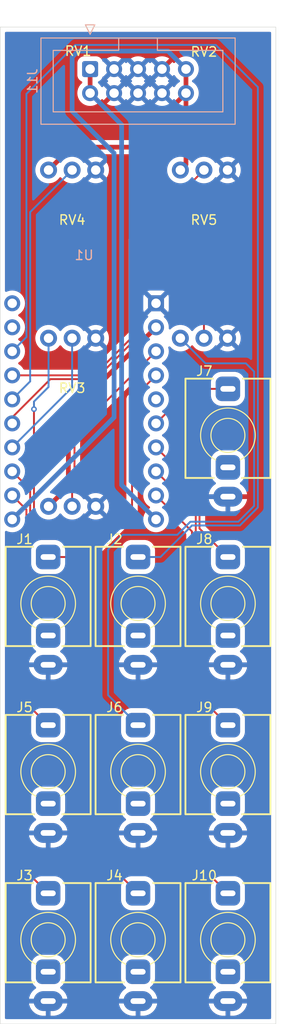
<source format=kicad_pcb>
(kicad_pcb (version 20240108) (generator "pcbnew") (generator_version "8.0")
  (layers (0 "F.Cu" signal) (31 "B.Cu" signal) (34 "B.Paste" user) (35 "F.Paste" user) (36 "B.SilkS" user "B.Silkscreen") (37 "F.SilkS" user "F.Silkscreen") (38 "B.Mask" user) (39 "F.Mask" user) (44 "Edge.Cuts" user))
  (net 0 "")
  (net 1 "GND")
  (net 2 "-12V")
  (net 3 "+12V")
  (net 5 "Net-(J6-PadT)")
  (net 6 "+5V")
  (net 7 "SAW")
  (net 8 "EXP_FM")
  (net 9 "SIN")
  (net 10 "LIN_FM")
  (net 12 "PWM_POT")
  (net 14 "PULSE")
  (net 16 "COARSE")
  (net 17 "HARD_SYNC")
  (net 18 "PWM_CV")
  (net 19 "TRI")
  (net 20 "V_OCT")
  (net 21 "SOFT_SYNC")
  (net 22 "FINE")
  (net 29 "Net-(J5-PadT)")
  (footprint "Paul:RK097_Vertical" (layer "F.Cu") (at 85.725 56.515)
    (property "Reference" "RV5" (at 0 -5 0) (layer "F.SilkS"))
    (property "Value" "10K")
    (pad "1" thru_hole circle (at -2.5 7.5 90) (size 1.8 1.8) (drill 1) (layers "*.Cu" "*.Mask") (net 5 "Net-(J6-PadT)"))
    (pad "2" thru_hole circle (at 0 7.5 90) (size 1.8 1.8) (drill 1) (layers "*.Cu" "*.Mask") (net 8 "EXP_FM"))
    (pad "3" thru_hole circle (at 2.5 7.5 90) (size 1.8 1.8) (drill 1) (layers "*.Cu" "*.Mask") (net 1 "GND"))
  )
  (footprint "AudioJacks:Jack_3.5mm_QingPu_WQP-PJ301M-12_Vertical" (layer "F.Cu") (at 78.74 92.075)
    (property "Reference" "J2" (at -2.5 -6.8 0) (layer "F.SilkS"))
    (property "Value" "V/OCT")
    (fp_line (start -4.5 -6) (end -1.6 -6) (stroke (width 0.2)) (layer "F.SilkS"))
    (fp_line (start -4.5 4.5) (end -4.5 -6) (stroke (width 0.2)) (layer "F.SilkS"))
    (fp_line (start -4.5 4.5) (end -1.5 4.5) (stroke (width 0.2)) (layer "F.SilkS"))
    (fp_line (start 1.5 4.5) (end 4.5 4.5) (stroke (width 0.2)) (layer "F.SilkS"))
    (fp_line (start 1.6 -6) (end 4.5 -6) (stroke (width 0.2)) (layer "F.SilkS"))
    (fp_line (start 4.5 4.5) (end 4.5 -6) (stroke (width 0.2)) (layer "F.SilkS"))
    (fp_arc (start -1.296263 2.588577) (mid -2.817353 -0.665994) (end 0 -2.895) (stroke (width 0.12)) (layer "F.SilkS"))
    (fp_arc (start 0 -2.895) (mid 2.817353 -0.665994) (end 1.296263 2.588577) (stroke (width 0.12)) (layer "F.SilkS"))
    (fp_circle (center 0 0) (end -1.8 0) (stroke (width 0.12)) (fill none) (layer "F.SilkS"))
    (pad "S" thru_hole oval (at 0 6.48) (size 3.1 2.1) (drill oval 1.6 0.6) (layers "*.Cu" "*.Mask") (net 1 "GND"))
    (pad "T" thru_hole roundrect (at 0 -4.92) (size 2.6 2.6) (drill oval 1.6 0.6) (layers "*.Cu" "*.Mask") (net 20 "V_OCT"))
    (pad "TN" thru_hole roundrect (at 0 3.38) (size 2.6 2.6) (drill oval 1.6 0.6) (layers "*.Cu" "*.Mask"))
  )
  (footprint "Paul:RK097_Vertical" (layer "F.Cu") (at 71.755 38.735)
    (property "Reference" "RV1" (at 0.635 -5.08 0) (layer "F.SilkS"))
    (property "Value" "10K")
    (pad "1" thru_hole circle (at -2.5 7.5 90) (size 1.8 1.8) (drill 1) (layers "*.Cu" "*.Mask") (net 3 "+12V"))
    (pad "2" thru_hole circle (at 0 7.5 90) (size 1.8 1.8) (drill 1) (layers "*.Cu" "*.Mask") (net 16 "COARSE"))
    (pad "3" thru_hole circle (at 2.5 7.5 90) (size 1.8 1.8) (drill 1) (layers "*.Cu" "*.Mask") (net 1 "GND"))
  )
  (footprint "AudioJacks:Jack_3.5mm_QingPu_WQP-PJ301M-12_Vertical" (layer "F.Cu") (at 69.215 127.635)
    (property "Reference" "J3" (at -2.5 -6.8 0) (layer "F.SilkS"))
    (property "Value" "SOFT SYNC")
    (fp_line (start -4.5 -6) (end -1.6 -6) (stroke (width 0.2)) (layer "F.SilkS"))
    (fp_line (start -4.5 4.5) (end -4.5 -6) (stroke (width 0.2)) (layer "F.SilkS"))
    (fp_line (start -4.5 4.5) (end -1.5 4.5) (stroke (width 0.2)) (layer "F.SilkS"))
    (fp_line (start 1.5 4.5) (end 4.5 4.5) (stroke (width 0.2)) (layer "F.SilkS"))
    (fp_line (start 1.6 -6) (end 4.5 -6) (stroke (width 0.2)) (layer "F.SilkS"))
    (fp_line (start 4.5 4.5) (end 4.5 -6) (stroke (width 0.2)) (layer "F.SilkS"))
    (fp_arc (start -1.296263 2.588577) (mid -2.817353 -0.665994) (end 0 -2.895) (stroke (width 0.12)) (layer "F.SilkS"))
    (fp_arc (start 0 -2.895) (mid 2.817353 -0.665994) (end 1.296263 2.588577) (stroke (width 0.12)) (layer "F.SilkS"))
    (fp_circle (center 0 0) (end -1.8 0) (stroke (width 0.12)) (fill none) (layer "F.SilkS"))
    (pad "S" thru_hole oval (at 0 6.48) (size 3.1 2.1) (drill oval 1.6 0.6) (layers "*.Cu" "*.Mask") (net 1 "GND"))
    (pad "T" thru_hole roundrect (at 0 -4.92) (size 2.6 2.6) (drill oval 1.6 0.6) (layers "*.Cu" "*.Mask") (net 21 "SOFT_SYNC"))
    (pad "TN" thru_hole roundrect (at 0 3.38) (size 2.6 2.6) (drill oval 1.6 0.6) (layers "*.Cu" "*.Mask"))
  )
  (footprint "Paul:RK097_Vertical" (layer "F.Cu") (at 85.725 38.735)
    (property "Reference" "RV2" (at 0 -5 0) (layer "F.SilkS"))
    (property "Value" "10K")
    (pad "1" thru_hole circle (at -2.5 7.5 90) (size 1.8 1.8) (drill 1) (layers "*.Cu" "*.Mask") (net 3 "+12V"))
    (pad "2" thru_hole circle (at 0 7.5 90) (size 1.8 1.8) (drill 1) (layers "*.Cu" "*.Mask") (net 22 "FINE"))
    (pad "3" thru_hole circle (at 2.5 7.5 90) (size 1.8 1.8) (drill 1) (layers "*.Cu" "*.Mask") (net 1 "GND"))
  )
  (footprint "AudioJacks:Jack_3.5mm_QingPu_WQP-PJ301M-12_Vertical" (layer "F.Cu") (at 78.74 127.635)
    (property "Reference" "J4" (at -2.5 -6.8 0) (layer "F.SilkS"))
    (property "Value" "HARD SYNC")
    (fp_line (start -4.5 -6) (end -1.6 -6) (stroke (width 0.2)) (layer "F.SilkS"))
    (fp_line (start -4.5 4.5) (end -4.5 -6) (stroke (width 0.2)) (layer "F.SilkS"))
    (fp_line (start -4.5 4.5) (end -1.5 4.5) (stroke (width 0.2)) (layer "F.SilkS"))
    (fp_line (start 1.5 4.5) (end 4.5 4.5) (stroke (width 0.2)) (layer "F.SilkS"))
    (fp_line (start 1.6 -6) (end 4.5 -6) (stroke (width 0.2)) (layer "F.SilkS"))
    (fp_line (start 4.5 4.5) (end 4.5 -6) (stroke (width 0.2)) (layer "F.SilkS"))
    (fp_arc (start -1.296263 2.588577) (mid -2.817353 -0.665994) (end 0 -2.895) (stroke (width 0.12)) (layer "F.SilkS"))
    (fp_arc (start 0 -2.895) (mid 2.817353 -0.665994) (end 1.296263 2.588577) (stroke (width 0.12)) (layer "F.SilkS"))
    (fp_circle (center 0 0) (end -1.8 0) (stroke (width 0.12)) (fill none) (layer "F.SilkS"))
    (pad "S" thru_hole oval (at 0 6.48) (size 3.1 2.1) (drill oval 1.6 0.6) (layers "*.Cu" "*.Mask") (net 1 "GND"))
    (pad "T" thru_hole roundrect (at 0 -4.92) (size 2.6 2.6) (drill oval 1.6 0.6) (layers "*.Cu" "*.Mask") (net 17 "HARD_SYNC"))
    (pad "TN" thru_hole roundrect (at 0 3.38) (size 2.6 2.6) (drill oval 1.6 0.6) (layers "*.Cu" "*.Mask"))
  )
  (footprint "Paul:RK097_Vertical" (layer "F.Cu") (at 71.755 74.295)
    (property "Reference" "RV3" (at 0 -5 0) (layer "F.SilkS"))
    (property "Value" "10K")
    (pad "1" thru_hole circle (at -2.5 7.5 90) (size 1.8 1.8) (drill 1) (layers "*.Cu" "*.Mask") (net 6 "+5V"))
    (pad "2" thru_hole circle (at 0 7.5 90) (size 1.8 1.8) (drill 1) (layers "*.Cu" "*.Mask") (net 12 "PWM_POT"))
    (pad "3" thru_hole circle (at 2.5 7.5 90) (size 1.8 1.8) (drill 1) (layers "*.Cu" "*.Mask") (net 1 "GND"))
  )
  (footprint "AudioJacks:Jack_3.5mm_QingPu_WQP-PJ301M-12_Vertical" (layer "F.Cu") (at 88.265 127.635)
    (property "Reference" "J10" (at -2.5 -6.8 0) (layer "F.SilkS"))
    (property "Value" "SIN")
    (fp_line (start -4.5 -6) (end -1.6 -6) (stroke (width 0.2)) (layer "F.SilkS"))
    (fp_line (start -4.5 4.5) (end -4.5 -6) (stroke (width 0.2)) (layer "F.SilkS"))
    (fp_line (start -4.5 4.5) (end -1.5 4.5) (stroke (width 0.2)) (layer "F.SilkS"))
    (fp_line (start 1.5 4.5) (end 4.5 4.5) (stroke (width 0.2)) (layer "F.SilkS"))
    (fp_line (start 1.6 -6) (end 4.5 -6) (stroke (width 0.2)) (layer "F.SilkS"))
    (fp_line (start 4.5 4.5) (end 4.5 -6) (stroke (width 0.2)) (layer "F.SilkS"))
    (fp_arc (start -1.296263 2.588577) (mid -2.817353 -0.665994) (end 0 -2.895) (stroke (width 0.12)) (layer "F.SilkS"))
    (fp_arc (start 0 -2.895) (mid 2.817353 -0.665994) (end 1.296263 2.588577) (stroke (width 0.12)) (layer "F.SilkS"))
    (fp_circle (center 0 0) (end -1.8 0) (stroke (width 0.12)) (fill none) (layer "F.SilkS"))
    (pad "S" thru_hole oval (at 0 6.48) (size 3.1 2.1) (drill oval 1.6 0.6) (layers "*.Cu" "*.Mask") (net 1 "GND"))
    (pad "T" thru_hole roundrect (at 0 -4.92) (size 2.6 2.6) (drill oval 1.6 0.6) (layers "*.Cu" "*.Mask") (net 9 "SIN"))
    (pad "TN" thru_hole roundrect (at 0 3.38) (size 2.6 2.6) (drill oval 1.6 0.6) (layers "*.Cu" "*.Mask"))
  )
  (footprint "AudioJacks:Jack_3.5mm_QingPu_WQP-PJ301M-12_Vertical" (layer "F.Cu") (at 69.215 109.855)
    (property "Reference" "J5" (at -2.5 -6.8 0) (layer "F.SilkS"))
    (property "Value" "LIN FM")
    (fp_line (start -4.5 -6) (end -1.6 -6) (stroke (width 0.2)) (layer "F.SilkS"))
    (fp_line (start -4.5 4.5) (end -4.5 -6) (stroke (width 0.2)) (layer "F.SilkS"))
    (fp_line (start -4.5 4.5) (end -1.5 4.5) (stroke (width 0.2)) (layer "F.SilkS"))
    (fp_line (start 1.5 4.5) (end 4.5 4.5) (stroke (width 0.2)) (layer "F.SilkS"))
    (fp_line (start 1.6 -6) (end 4.5 -6) (stroke (width 0.2)) (layer "F.SilkS"))
    (fp_line (start 4.5 4.5) (end 4.5 -6) (stroke (width 0.2)) (layer "F.SilkS"))
    (fp_arc (start -1.296263 2.588577) (mid -2.817353 -0.665994) (end 0 -2.895) (stroke (width 0.12)) (layer "F.SilkS"))
    (fp_arc (start 0 -2.895) (mid 2.817353 -0.665994) (end 1.296263 2.588577) (stroke (width 0.12)) (layer "F.SilkS"))
    (fp_circle (center 0 0) (end -1.8 0) (stroke (width 0.12)) (fill none) (layer "F.SilkS"))
    (pad "S" thru_hole oval (at 0 6.48) (size 3.1 2.1) (drill oval 1.6 0.6) (layers "*.Cu" "*.Mask") (net 1 "GND"))
    (pad "T" thru_hole roundrect (at 0 -4.92) (size 2.6 2.6) (drill oval 1.6 0.6) (layers "*.Cu" "*.Mask") (net 29 "Net-(J5-PadT)"))
    (pad "TN" thru_hole roundrect (at 0 3.38) (size 2.6 2.6) (drill oval 1.6 0.6) (layers "*.Cu" "*.Mask"))
  )
  (footprint "AudioJacks:Jack_3.5mm_QingPu_WQP-PJ301M-12_Vertical" (layer "F.Cu") (at 69.215 92.075)
    (property "Reference" "J1" (at -2.5 -6.8 0) (layer "F.SilkS"))
    (property "Value" "PWM")
    (fp_line (start -4.5 -6) (end -1.6 -6) (stroke (width 0.2)) (layer "F.SilkS"))
    (fp_line (start -4.5 4.5) (end -4.5 -6) (stroke (width 0.2)) (layer "F.SilkS"))
    (fp_line (start -4.5 4.5) (end -1.5 4.5) (stroke (width 0.2)) (layer "F.SilkS"))
    (fp_line (start 1.5 4.5) (end 4.5 4.5) (stroke (width 0.2)) (layer "F.SilkS"))
    (fp_line (start 1.6 -6) (end 4.5 -6) (stroke (width 0.2)) (layer "F.SilkS"))
    (fp_line (start 4.5 4.5) (end 4.5 -6) (stroke (width 0.2)) (layer "F.SilkS"))
    (fp_arc (start -1.296263 2.588577) (mid -2.817353 -0.665994) (end 0 -2.895) (stroke (width 0.12)) (layer "F.SilkS"))
    (fp_arc (start 0 -2.895) (mid 2.817353 -0.665994) (end 1.296263 2.588577) (stroke (width 0.12)) (layer "F.SilkS"))
    (fp_circle (center 0 0) (end -1.8 0) (stroke (width 0.12)) (fill none) (layer "F.SilkS"))
    (pad "S" thru_hole oval (at 0 6.48) (size 3.1 2.1) (drill oval 1.6 0.6) (layers "*.Cu" "*.Mask") (net 1 "GND"))
    (pad "T" thru_hole roundrect (at 0 -4.92) (size 2.6 2.6) (drill oval 1.6 0.6) (layers "*.Cu" "*.Mask") (net 18 "PWM_CV"))
    (pad "TN" thru_hole roundrect (at 0 3.38) (size 2.6 2.6) (drill oval 1.6 0.6) (layers "*.Cu" "*.Mask"))
  )
  (footprint "AudioJacks:Jack_3.5mm_QingPu_WQP-PJ301M-12_Vertical" (layer "F.Cu") (at 78.74 109.855)
    (property "Reference" "J6" (at -2.5 -6.8 0) (layer "F.SilkS"))
    (property "Value" "EXP FM")
    (fp_line (start -4.5 -6) (end -1.6 -6) (stroke (width 0.2)) (layer "F.SilkS"))
    (fp_line (start -4.5 4.5) (end -4.5 -6) (stroke (width 0.2)) (layer "F.SilkS"))
    (fp_line (start -4.5 4.5) (end -1.5 4.5) (stroke (width 0.2)) (layer "F.SilkS"))
    (fp_line (start 1.5 4.5) (end 4.5 4.5) (stroke (width 0.2)) (layer "F.SilkS"))
    (fp_line (start 1.6 -6) (end 4.5 -6) (stroke (width 0.2)) (layer "F.SilkS"))
    (fp_line (start 4.5 4.5) (end 4.5 -6) (stroke (width 0.2)) (layer "F.SilkS"))
    (fp_arc (start -1.296263 2.588577) (mid -2.817353 -0.665994) (end 0 -2.895) (stroke (width 0.12)) (layer "F.SilkS"))
    (fp_arc (start 0 -2.895) (mid 2.817353 -0.665994) (end 1.296263 2.588577) (stroke (width 0.12)) (layer "F.SilkS"))
    (fp_circle (center 0 0) (end -1.8 0) (stroke (width 0.12)) (fill none) (layer "F.SilkS"))
    (pad "S" thru_hole oval (at 0 6.48) (size 3.1 2.1) (drill oval 1.6 0.6) (layers "*.Cu" "*.Mask") (net 1 "GND"))
    (pad "T" thru_hole roundrect (at 0 -4.92) (size 2.6 2.6) (drill oval 1.6 0.6) (layers "*.Cu" "*.Mask") (net 5 "Net-(J6-PadT)"))
    (pad "TN" thru_hole roundrect (at 0 3.38) (size 2.6 2.6) (drill oval 1.6 0.6) (layers "*.Cu" "*.Mask"))
  )
  (footprint "AudioJacks:Jack_3.5mm_QingPu_WQP-PJ301M-12_Vertical" (layer "F.Cu") (at 88.265 92.075)
    (property "Reference" "J8" (at -2.5 -6.8 0) (layer "F.SilkS"))
    (property "Value" "SQU")
    (fp_line (start -4.5 -6) (end -1.6 -6) (stroke (width 0.2)) (layer "F.SilkS"))
    (fp_line (start -4.5 4.5) (end -4.5 -6) (stroke (width 0.2)) (layer "F.SilkS"))
    (fp_line (start -4.5 4.5) (end -1.5 4.5) (stroke (width 0.2)) (layer "F.SilkS"))
    (fp_line (start 1.5 4.5) (end 4.5 4.5) (stroke (width 0.2)) (layer "F.SilkS"))
    (fp_line (start 1.6 -6) (end 4.5 -6) (stroke (width 0.2)) (layer "F.SilkS"))
    (fp_line (start 4.5 4.5) (end 4.5 -6) (stroke (width 0.2)) (layer "F.SilkS"))
    (fp_arc (start -1.296263 2.588577) (mid -2.817353 -0.665994) (end 0 -2.895) (stroke (width 0.12)) (layer "F.SilkS"))
    (fp_arc (start 0 -2.895) (mid 2.817353 -0.665994) (end 1.296263 2.588577) (stroke (width 0.12)) (layer "F.SilkS"))
    (fp_circle (center 0 0) (end -1.8 0) (stroke (width 0.12)) (fill none) (layer "F.SilkS"))
    (pad "S" thru_hole oval (at 0 6.48) (size 3.1 2.1) (drill oval 1.6 0.6) (layers "*.Cu" "*.Mask") (net 1 "GND"))
    (pad "T" thru_hole roundrect (at 0 -4.92) (size 2.6 2.6) (drill oval 1.6 0.6) (layers "*.Cu" "*.Mask") (net 14 "PULSE"))
    (pad "TN" thru_hole roundrect (at 0 3.38) (size 2.6 2.6) (drill oval 1.6 0.6) (layers "*.Cu" "*.Mask"))
  )
  (footprint "AudioJacks:Jack_3.5mm_QingPu_WQP-PJ301M-12_Vertical" (layer "F.Cu") (at 88.265 109.855)
    (property "Reference" "J9" (at -2.5 -6.8 0) (layer "F.SilkS"))
    (property "Value" "TRI")
    (fp_line (start -4.5 -6) (end -1.6 -6) (stroke (width 0.2)) (layer "F.SilkS"))
    (fp_line (start -4.5 4.5) (end -4.5 -6) (stroke (width 0.2)) (layer "F.SilkS"))
    (fp_line (start -4.5 4.5) (end -1.5 4.5) (stroke (width 0.2)) (layer "F.SilkS"))
    (fp_line (start 1.5 4.5) (end 4.5 4.5) (stroke (width 0.2)) (layer "F.SilkS"))
    (fp_line (start 1.6 -6) (end 4.5 -6) (stroke (width 0.2)) (layer "F.SilkS"))
    (fp_line (start 4.5 4.5) (end 4.5 -6) (stroke (width 0.2)) (layer "F.SilkS"))
    (fp_arc (start -1.296263 2.588577) (mid -2.817353 -0.665994) (end 0 -2.895) (stroke (width 0.12)) (layer "F.SilkS"))
    (fp_arc (start 0 -2.895) (mid 2.817353 -0.665994) (end 1.296263 2.588577) (stroke (width 0.12)) (layer "F.SilkS"))
    (fp_circle (center 0 0) (end -1.8 0) (stroke (width 0.12)) (fill none) (layer "F.SilkS"))
    (pad "S" thru_hole oval (at 0 6.48) (size 3.1 2.1) (drill oval 1.6 0.6) (layers "*.Cu" "*.Mask") (net 1 "GND"))
    (pad "T" thru_hole roundrect (at 0 -4.92) (size 2.6 2.6) (drill oval 1.6 0.6) (layers "*.Cu" "*.Mask") (net 19 "TRI"))
    (pad "TN" thru_hole roundrect (at 0 3.38) (size 2.6 2.6) (drill oval 1.6 0.6) (layers "*.Cu" "*.Mask"))
  )
  (footprint "Paul:RK097_Vertical" (layer "F.Cu") (at 71.755 56.515)
    (property "Reference" "RV4" (at 0 -5 0) (layer "F.SilkS"))
    (property "Value" "10K")
    (pad "1" thru_hole circle (at -2.5 7.5 90) (size 1.8 1.8) (drill 1) (layers "*.Cu" "*.Mask") (net 29 "Net-(J5-PadT)"))
    (pad "2" thru_hole circle (at 0 7.5 90) (size 1.8 1.8) (drill 1) (layers "*.Cu" "*.Mask") (net 10 "LIN_FM"))
    (pad "3" thru_hole circle (at 2.5 7.5 90) (size 1.8 1.8) (drill 1) (layers "*.Cu" "*.Mask") (net 1 "GND"))
  )
  (footprint "AudioJacks:Jack_3.5mm_QingPu_WQP-PJ301M-12_Vertical" (layer "F.Cu") (at 88.265 74.295)
    (property "Reference" "J7" (at -2.5 -6.8 0) (layer "F.SilkS"))
    (property "Value" "SAW")
    (fp_line (start -4.5 -6) (end -1.6 -6) (stroke (width 0.2)) (layer "F.SilkS"))
    (fp_line (start -4.5 4.5) (end -4.5 -6) (stroke (width 0.2)) (layer "F.SilkS"))
    (fp_line (start -4.5 4.5) (end -1.5 4.5) (stroke (width 0.2)) (layer "F.SilkS"))
    (fp_line (start 1.5 4.5) (end 4.5 4.5) (stroke (width 0.2)) (layer "F.SilkS"))
    (fp_line (start 1.6 -6) (end 4.5 -6) (stroke (width 0.2)) (layer "F.SilkS"))
    (fp_line (start 4.5 4.5) (end 4.5 -6) (stroke (width 0.2)) (layer "F.SilkS"))
    (fp_arc (start -1.296263 2.588577) (mid -2.817353 -0.665994) (end 0 -2.895) (stroke (width 0.12)) (layer "F.SilkS"))
    (fp_arc (start 0 -2.895) (mid 2.817353 -0.665994) (end 1.296263 2.588577) (stroke (width 0.12)) (layer "F.SilkS"))
    (fp_circle (center 0 0) (end -1.8 0) (stroke (width 0.12)) (fill none) (layer "F.SilkS"))
    (pad "S" thru_hole oval (at 0 6.48) (size 3.1 2.1) (drill oval 1.6 0.6) (layers "*.Cu" "*.Mask") (net 1 "GND"))
    (pad "T" thru_hole roundrect (at 0 -4.92) (size 2.6 2.6) (drill oval 1.6 0.6) (layers "*.Cu" "*.Mask") (net 7 "SAW"))
    (pad "TN" thru_hole roundrect (at 0 3.38) (size 2.6 2.6) (drill oval 1.6 0.6) (layers "*.Cu" "*.Mask"))
  )
  (footprint "Paul:Electrosmith_3340_VCO" (layer "B.Cu") (at 73.025 70.485 180)
    (property "Reference" "U1" (at 0 15.24 0) (layer "B.SilkS") (effects (justify mirror)))
    (property "Value" "~")
    (pad "1" thru_hole roundrect (at -7.62 10.16 180) (size 1.7 1.7) (drill 1) (layers "*.Cu" "*.Mask") (roundrect_rratio 0.1470588235) (net 1 "GND"))
    (pad "2" thru_hole circle (at -7.62 7.62 150) (size 1.7 1.7) (drill 1) (layers "*.Cu" "*.Mask") (net 6 "+5V"))
    (pad "3" thru_hole circle (at -7.62 5.08 150) (size 1.7 1.7) (drill 1) (layers "*.Cu" "*.Mask") (net 12 "PWM_POT"))
    (pad "4" thru_hole circle (at -7.62 2.54 150) (size 1.7 1.7) (drill 1) (layers "*.Cu" "*.Mask") (net 18 "PWM_CV"))
    (pad "5" thru_hole circle (at -7.62 0 150) (size 1.7 1.7) (drill 1) (layers "*.Cu" "*.Mask"))
    (pad "6" thru_hole circle (at -7.62 -2.54 150) (size 1.7 1.7) (drill 1) (layers "*.Cu" "*.Mask") (net 7 "SAW"))
    (pad "7" thru_hole circle (at -7.62 -5.08 150) (size 1.7 1.7) (drill 1) (layers "*.Cu" "*.Mask") (net 14 "PULSE"))
    (pad "8" thru_hole circle (at -7.62 -7.62 150) (size 1.7 1.7) (drill 1) (layers "*.Cu" "*.Mask") (net 19 "TRI"))
    (pad "9" thru_hole circle (at -7.62 -10.16 150) (size 1.7 1.7) (drill 1) (layers "*.Cu" "*.Mask") (net 9 "SIN"))
    (pad "10" thru_hole circle (at -7.62 -12.7 150) (size 1.7 1.7) (drill 1) (layers "*.Cu" "*.Mask") (net 2 "-12V"))
    (pad "11" thru_hole circle (at 7.62 -12.7 150) (size 1.7 1.7) (drill 1) (layers "*.Cu" "*.Mask") (net 3 "+12V"))
    (pad "12" thru_hole circle (at 7.62 -10.16 150) (size 1.7 1.7) (drill 1) (layers "*.Cu" "*.Mask") (net 21 "SOFT_SYNC"))
    (pad "13" thru_hole circle (at 7.62 -7.62 150) (size 1.7 1.7) (drill 1) (layers "*.Cu" "*.Mask") (net 17 "HARD_SYNC"))
    (pad "14" thru_hole circle (at 7.62 -5.08 150) (size 1.7 1.7) (drill 1) (layers "*.Cu" "*.Mask") (net 10 "LIN_FM"))
    (pad "15" thru_hole circle (at 7.62 -2.54 150) (size 1.7 1.7) (drill 1) (layers "*.Cu" "*.Mask") (net 8 "EXP_FM"))
    (pad "16" thru_hole circle (at 7.62 0 150) (size 1.7 1.7) (drill 1) (layers "*.Cu" "*.Mask") (net 16 "COARSE"))
    (pad "17" thru_hole circle (at 7.62 2.54 150) (size 1.7 1.7) (drill 1) (layers "*.Cu" "*.Mask") (net 22 "FINE"))
    (pad "18" thru_hole circle (at 7.62 5.08 150) (size 1.7 1.7) (drill 1) (layers "*.Cu" "*.Mask") (net 20 "V_OCT"))
    (pad "19" thru_hole circle (at 7.62 7.62 150) (size 1.7 1.7) (drill 1) (layers "*.Cu" "*.Mask"))
    (pad "20" thru_hole circle (at 7.62 10.16 150) (size 1.7 1.7) (drill 1) (layers "*.Cu" "*.Mask"))
  )
  (footprint "Connector_IDC:IDC-Header_2x05_P2.54mm_Vertical" (layer "B.Cu") (at 73.66 35.56 -90)
    (property "Reference" "J11" (at 1.27 6.1 90) (layer "B.SilkS") (effects (justify mirror)))
    (property "Value" "Conn_02x05_Odd_Even")
    (fp_line (start -3.29 5.21) (end -3.29 -15.37) (stroke (width 0.12)) (layer "B.SilkS"))
    (fp_line (start 5.83 5.21) (end -3.29 5.21) (stroke (width 0.12)) (layer "B.SilkS"))
    (fp_line (start -1.98 3.91) (end -1.98 -3.03) (stroke (width 0.12)) (layer "B.SilkS"))
    (fp_line (start 4.52 3.91) (end -1.98 3.91) (stroke (width 0.12)) (layer "B.SilkS"))
    (fp_line (start -4.68 0.5) (end -3.68 0) (stroke (width 0.12)) (layer "B.SilkS"))
    (fp_line (start -3.68 0) (end -4.68 -0.5) (stroke (width 0.12)) (layer "B.SilkS"))
    (fp_line (start -4.68 -0.5) (end -4.68 0.5) (stroke (width 0.12)) (layer "B.SilkS"))
    (fp_line (start -1.98 -3.03) (end -3.29 -3.03) (stroke (width 0.12)) (layer "B.SilkS"))
    (fp_line (start -3.29 -7.13) (end -1.98 -7.13) (stroke (width 0.12)) (layer "B.SilkS"))
    (fp_line (start -1.98 -7.13) (end -1.98 -7.13) (stroke (width 0.12)) (layer "B.SilkS"))
    (fp_line (start -1.98 -7.13) (end -1.98 -14.07) (stroke (width 0.12)) (layer "B.SilkS"))
    (fp_line (start -1.98 -14.07) (end 4.52 -14.07) (stroke (width 0.12)) (layer "B.SilkS"))
    (fp_line (start 4.52 -14.07) (end 4.52 3.91) (stroke (width 0.12)) (layer "B.SilkS"))
    (fp_line (start -3.29 -15.37) (end 5.83 -15.37) (stroke (width 0.12)) (layer "B.SilkS"))
    (fp_line (start 5.83 -15.37) (end 5.83 5.21) (stroke (width 0.12)) (layer "B.SilkS"))
    (pad "1" thru_hole roundrect (at 0 0 270) (size 1.7 1.7) (drill 1) (layers "*.Cu" "*.Mask") (roundrect_rratio 0.1470588235) (net 2 "-12V"))
    (pad "2" thru_hole circle (at 2.54 0 270) (size 1.7 1.7) (drill 1) (layers "*.Cu" "*.Mask") (net 2 "-12V"))
    (pad "3" thru_hole circle (at 0 -2.54 270) (size 1.7 1.7) (drill 1) (layers "*.Cu" "*.Mask") (net 1 "GND"))
    (pad "4" thru_hole circle (at 2.54 -2.54 270) (size 1.7 1.7) (drill 1) (layers "*.Cu" "*.Mask") (net 1 "GND"))
    (pad "5" thru_hole circle (at 0 -5.08 270) (size 1.7 1.7) (drill 1) (layers "*.Cu" "*.Mask") (net 1 "GND"))
    (pad "6" thru_hole circle (at 2.54 -5.08 270) (size 1.7 1.7) (drill 1) (layers "*.Cu" "*.Mask") (net 1 "GND"))
    (pad "7" thru_hole circle (at 0 -7.62 270) (size 1.7 1.7) (drill 1) (layers "*.Cu" "*.Mask") (net 1 "GND"))
    (pad "8" thru_hole circle (at 2.54 -7.62 270) (size 1.7 1.7) (drill 1) (layers "*.Cu" "*.Mask") (net 1 "GND"))
    (pad "9" thru_hole circle (at 0 -10.16 270) (size 1.7 1.7) (drill 1) (layers "*.Cu" "*.Mask") (net 3 "+12V"))
    (pad "10" thru_hole circle (at 2.54 -10.16 270) (size 1.7 1.7) (drill 1) (layers "*.Cu" "*.Mask") (net 3 "+12V"))
  )
  (gr_rect (start 64.135 31.115) (end 93.345 136.525) (stroke (width 0.05)) (fill none) (layer "Edge.Cuts"))
  (segment (start 73.66 35.56) (end 73.66 38.1) (width 0.5) (layer "F.Cu") (net 2))
  (segment (start 77 41.44) (end 77 79.54) (width 0.5) (layer "B.Cu") (net 2))
  (segment (start 77 79.54) (end 80.645 83.185) (width 0.5) (layer "B.Cu") (net 2))
  (segment (start 73.66 38.1) (end 77 41.44) (width 0.5) (layer "B.Cu") (net 2))
  (segment (start 83.82 35.56) (end 83.82 38.1) (width 0.5) (layer "F.Cu") (net 3))
  (segment (start 83.82 38.1) (end 83.82 45.64) (width 0.5) (layer "F.Cu") (net 3))
  (segment (start 78.105 43.815) (end 83.82 38.1) (width 0.5) (layer "F.Cu") (net 3))
  (segment (start 71.675 43.815) (end 78.105 43.815) (width 0.5) (layer "F.Cu") (net 3))
  (segment (start 83.82 45.64) (end 83.225 46.235) (width 0.5) (layer "F.Cu") (net 3))
  (segment (start 69.255 46.235) (end 71.675 43.815) (width 0.5) (layer "F.Cu") (net 3))
  (segment (start 71.755 34.29) (end 72.39 33.655) (width 0.5) (layer "B.Cu") (net 3))
  (segment (start 71.755 40.005) (end 71.755 34.29) (width 0.5) (layer "B.Cu") (net 3))
  (segment (start 76.2 72.39) (end 76.2 44.45) (width 0.5) (layer "B.Cu") (net 3))
  (segment (start 81.915 33.655) (end 83.82 35.56) (width 0.5) (layer "B.Cu") (net 3))
  (segment (start 72.39 33.655) (end 81.915 33.655) (width 0.5) (layer "B.Cu") (net 3))
  (segment (start 76.2 44.45) (end 71.755 40.005) (width 0.5) (layer "B.Cu") (net 3))
  (segment (start 65.405 83.185) (end 76.2 72.39) (width 0.5) (layer "B.Cu") (net 3))
  (segment (start 91.04 67.545) (end 91.04 81.749314) (width 0.2) (layer "B.Cu") (net 5))
  (segment (start 83.225 64.015) (end 85.885 66.675) (width 0.2) (layer "B.Cu") (net 5))
  (segment (start 75.565 101.76) (end 78.74 104.935) (width 0.2) (layer "B.Cu") (net 5))
  (segment (start 84.289314 83.42) (end 82.902157 84.807157) (width 0.2) (layer "B.Cu") (net 5))
  (segment (start 75.565 86.36) (end 75.565 101.76) (width 0.2) (layer "B.Cu") (net 5))
  (segment (start 89.369314 83.42) (end 84.289314 83.42) (width 0.2) (layer "B.Cu") (net 5))
  (segment (start 91.04 81.749314) (end 89.369314 83.42) (width 0.2) (layer "B.Cu") (net 5))
  (segment (start 90.17 66.675) (end 91.04 67.545) (width 0.2) (layer "B.Cu") (net 5))
  (segment (start 77.117843 84.807157) (end 75.565 86.36) (width 0.2) (layer "B.Cu") (net 5))
  (segment (start 82.902157 84.807157) (end 77.117843 84.807157) (width 0.2) (layer "B.Cu") (net 5))
  (segment (start 85.885 66.675) (end 90.17 66.675) (width 0.2) (layer "B.Cu") (net 5))
  (segment (start 71.355 72.155) (end 71.355 79.695) (width 0.5) (layer "F.Cu") (net 6))
  (segment (start 80.645 62.865) (end 71.355 72.155) (width 0.5) (layer "F.Cu") (net 6))
  (segment (start 71.355 79.695) (end 69.255 81.795) (width 0.5) (layer "F.Cu") (net 6))
  (segment (start 80.645 73.025) (end 84.295 69.375) (width 0.2) (layer "F.Cu") (net 7))
  (segment (start 84.295 69.375) (end 88.265 69.375) (width 0.2) (layer "F.Cu") (net 7))
  (segment (start 85.725 64.015) (end 85.725 59.055) (width 0.2) (layer "F.Cu") (net 8))
  (segment (start 69.45 68.345) (end 65.405 72.39) (width 0.2) (layer "F.Cu") (net 8))
  (segment (start 79.6925 58.42) (end 78.74 59.3725) (width 0.2) (layer "F.Cu") (net 8))
  (segment (start 78.74 63.850762) (end 74.245762 68.345) (width 0.2) (layer "F.Cu") (net 8))
  (segment (start 78.74 59.3725) (end 78.74 63.850762) (width 0.2) (layer "F.Cu") (net 8))
  (segment (start 85.725 59.055) (end 85.09 58.42) (width 0.2) (layer "F.Cu") (net 8))
  (segment (start 74.245762 68.345) (end 69.45 68.345) (width 0.2) (layer "F.Cu") (net 8))
  (segment (start 65.405 72.39) (end 65.405 73.025) (width 0.2) (layer "F.Cu") (net 8))
  (segment (start 85.09 58.42) (end 79.6925 58.42) (width 0.2) (layer "F.Cu") (net 8))
  (segment (start 84.455 84.455) (end 80.645 80.645) (width 0.2) (layer "F.Cu") (net 9))
  (segment (start 84.455 118.905) (end 84.455 84.455) (width 0.2) (layer "F.Cu") (net 9))
  (segment (start 88.265 122.715) (end 84.455 118.905) (width 0.2) (layer "F.Cu") (net 9))
  (segment (start 71.755 69.215) (end 71.755 64.015) (width 0.2) (layer "B.Cu") (net 10))
  (segment (start 65.405 75.565) (end 71.755 69.215) (width 0.2) (layer "B.Cu") (net 10))
  (segment (start 71.755 80.214239) (end 72.005 79.964239) (width 0.2) (layer "F.Cu") (net 12))
  (segment (start 72.005 74.045) (end 80.645 65.405) (width 0.2) (layer "F.Cu") (net 12))
  (segment (start 71.755 81.795) (end 71.755 80.214239) (width 0.2) (layer "F.Cu") (net 12))
  (segment (start 72.005 79.964239) (end 72.005 74.045) (width 0.2) (layer "F.Cu") (net 12))
  (segment (start 85.255 84.145) (end 88.265 87.155) (width 0.2) (layer "F.Cu") (net 14))
  (segment (start 80.645 75.565) (end 85.255 80.175) (width 0.2) (layer "F.Cu") (net 14))
  (segment (start 85.255 80.175) (end 85.255 84.145) (width 0.2) (layer "F.Cu") (net 14))
  (segment (start 71.755 46.235) (end 67.31 50.68) (width 0.2) (layer "B.Cu") (net 16))
  (segment (start 67.31 50.68) (end 67.31 68.58) (width 0.2) (layer "B.Cu") (net 16))
  (segment (start 67.31 68.58) (end 65.405 70.485) (width 0.2) (layer "B.Cu") (net 16))
  (segment (start 65.405 78.105) (end 67.31 80.01) (width 0.2) (layer "F.Cu") (net 17))
  (segment (start 76.04 120.015) (end 78.74 122.715) (width 0.2) (layer "F.Cu") (net 17))
  (segment (start 67.31 84.385686) (end 66.44 85.255686) (width 0.2) (layer "F.Cu") (net 17))
  (segment (start 66.44 119.374314) (end 67.080686 120.015) (width 0.2) (layer "F.Cu") (net 17))
  (segment (start 66.44 85.255686) (end 66.44 119.374314) (width 0.2) (layer "F.Cu") (net 17))
  (segment (start 67.080686 120.015) (end 76.04 120.015) (width 0.2) (layer "F.Cu") (net 17))
  (segment (start 67.31 80.01) (end 67.31 84.385686) (width 0.2) (layer "F.Cu") (net 17))
  (segment (start 80.645 67.945) (end 78.105 70.485) (width 0.2) (layer "F.Cu") (net 18))
  (segment (start 78.105 70.485) (end 78.105 82.55) (width 0.2) (layer "F.Cu") (net 18))
  (segment (start 73.5 87.155) (end 69.215 87.155) (width 0.2) (layer "F.Cu") (net 18))
  (segment (start 78.105 82.55) (end 73.5 87.155) (width 0.2) (layer "F.Cu") (net 18))
  (segment (start 84.855 101.525) (end 84.855 82.315) (width 0.2) (layer "F.Cu") (net 19))
  (segment (start 88.265 104.935) (end 84.855 101.525) (width 0.2) (layer "F.Cu") (net 19))
  (segment (start 84.855 82.315) (end 80.645 78.105) (width 0.2) (layer "F.Cu") (net 19))
  (segment (start 66.91 38.1825) (end 72.0875 33.005) (width 0.2) (layer "B.Cu") (net 20))
  (segment (start 84.455 83.82) (end 81.12 87.155) (width 0.2) (layer "B.Cu") (net 20))
  (segment (start 91.44 37.465) (end 91.44 81.915) (width 0.2) (layer "B.Cu") (net 20))
  (segment (start 66.91 63.9) (end 66.91 38.1825) (width 0.2) (layer "B.Cu") (net 20))
  (segment (start 65.405 65.405) (end 66.91 63.9) (width 0.2) (layer "B.Cu") (net 20))
  (segment (start 86.98 33.005) (end 91.44 37.465) (width 0.2) (layer "B.Cu") (net 20))
  (segment (start 81.12 87.155) (end 78.74 87.155) (width 0.2) (layer "B.Cu") (net 20))
  (segment (start 91.44 81.915) (end 89.535 83.82) (width 0.2) (layer "B.Cu") (net 20))
  (segment (start 89.535 83.82) (end 84.455 83.82) (width 0.2) (layer "B.Cu") (net 20))
  (segment (start 72.0875 33.005) (end 86.98 33.005) (width 0.2) (layer "B.Cu") (net 20))
  (segment (start 66.91 82.15) (end 66.91 84.22) (width 0.2) (layer "F.Cu") (net 21))
  (segment (start 66.04 85.09) (end 66.04 119.54) (width 0.2) (layer "F.Cu") (net 21))
  (segment (start 66.04 119.54) (end 69.215 122.715) (width 0.2) (layer "F.Cu") (net 21))
  (segment (start 66.91 84.22) (end 66.04 85.09) (width 0.2) (layer "F.Cu") (net 21))
  (segment (start 65.405 80.645) (end 66.91 82.15) (width 0.2) (layer "F.Cu") (net 21))
  (segment (start 65.405 67.945) (end 74.080076 67.945) (width 0.2) (layer "F.Cu") (net 22))
  (segment (start 78.34 53.62) (end 85.725 46.235) (width 0.2) (layer "F.Cu") (net 22))
  (segment (start 78.34 63.685076) (end 78.34 53.62) (width 0.2) (layer "F.Cu") (net 22))
  (segment (start 74.080076 67.945) (end 78.34 63.685076) (width 0.2) (layer "F.Cu") (net 22))
  (segment (start 67.71 71.52) (end 67.71 84.551372) (width 0.2) (layer "F.Cu") (net 29))
  (segment (start 66.84 85.421372) (end 66.84 102.56) (width 0.2) (layer "F.Cu") (net 29))
  (segment (start 66.84 102.56) (end 69.215 104.935) (width 0.2) (layer "F.Cu") (net 29))
  (segment (start 67.71 84.551372) (end 66.84 85.421372) (width 0.2) (layer "F.Cu") (net 29))
  (via (at 67.71 71.52) (size 0.6) (drill 0.3) (layers "F.Cu" "B.Cu") (net 29))
  (segment (start 69.255 69.175) (end 69.255 64.015) (width 0.2) (layer "B.Cu") (net 29))
  (segment (start 67.71 71.52) (end 67.71 70.72) (width 0.2) (layer "B.Cu") (net 29))
  (segment (start 67.71 70.72) (end 69.255 69.175) (width 0.2) (layer "B.Cu") (net 29))
  (zone (net 1) (net_name "GND") (layers "F&B.Cu") (connect_pads (clearance 0.5)) (min_thickness 0.25) (fill yes (thermal_gap 0.5) (thermal_bridge_width 0.5))
    (polygon (pts (xy 64.135 31.115) (xy 93.345 31.115) (xy 93.345 136.525) (xy 64.135 136.525)))
  )
)
</source>
